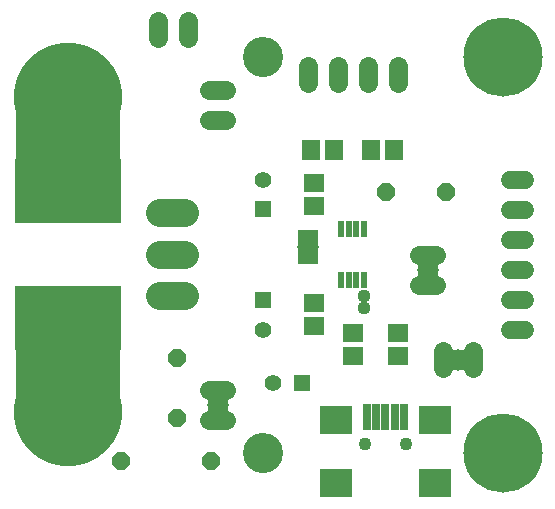
<source format=gts>
G75*
%MOIN*%
%OFA0B0*%
%FSLAX25Y25*%
%IPPOS*%
%LPD*%
%AMOC8*
5,1,8,0,0,1.08239X$1,22.5*
%
%ADD10C,0.13398*%
%ADD11R,0.35000X0.19500*%
%ADD12R,0.06706X0.05918*%
%ADD13R,0.05918X0.06706*%
%ADD14C,0.06400*%
%ADD15R,0.02375X0.05524*%
%ADD16OC8,0.06000*%
%ADD17C,0.36233*%
%ADD18R,0.35249X0.21272*%
%ADD19R,0.10643X0.09461*%
%ADD20R,0.02769X0.08674*%
%ADD21C,0.04343*%
%ADD22C,0.09200*%
%ADD23R,0.07100X0.05400*%
%ADD24R,0.07200X0.00600*%
%ADD25C,0.06000*%
%ADD26R,0.05400X0.07100*%
%ADD27R,0.00600X0.07200*%
%ADD28R,0.05600X0.05600*%
%ADD29C,0.05600*%
%ADD30C,0.04369*%
%ADD31C,0.26391*%
D10*
X0091937Y0023250D03*
X0091937Y0155250D03*
D11*
X0026937Y0130500D03*
X0026937Y0050500D03*
D12*
X0108937Y0065509D03*
X0108937Y0072990D03*
X0121937Y0062990D03*
X0121937Y0055509D03*
X0136937Y0055509D03*
X0136937Y0062990D03*
X0108937Y0105509D03*
X0108937Y0112990D03*
D13*
X0108197Y0124250D03*
X0115677Y0124250D03*
X0128197Y0124250D03*
X0135677Y0124250D03*
D14*
X0136937Y0146450D02*
X0136937Y0152050D01*
X0126937Y0152050D02*
X0126937Y0146450D01*
X0116937Y0146450D02*
X0116937Y0152050D01*
X0106937Y0152050D02*
X0106937Y0146450D01*
X0079737Y0144250D02*
X0074137Y0144250D01*
X0074137Y0134250D02*
X0079737Y0134250D01*
X0066937Y0161450D02*
X0066937Y0167050D01*
X0056937Y0167050D02*
X0056937Y0161450D01*
X0144137Y0089250D02*
X0149737Y0089250D01*
X0149737Y0079250D02*
X0144137Y0079250D01*
X0151937Y0057050D02*
X0151937Y0051450D01*
X0161937Y0051450D02*
X0161937Y0057050D01*
X0079737Y0044250D02*
X0074137Y0044250D01*
X0074137Y0034250D02*
X0079737Y0034250D01*
D15*
X0118098Y0080759D03*
X0120657Y0080759D03*
X0123217Y0080759D03*
X0125776Y0080759D03*
X0125776Y0097741D03*
X0123217Y0097741D03*
X0120657Y0097741D03*
X0118098Y0097741D03*
D16*
X0132937Y0110250D03*
X0152937Y0110250D03*
X0063413Y0054729D03*
X0063413Y0034729D03*
X0074834Y0020531D03*
X0044834Y0020531D03*
D17*
X0026937Y0036750D03*
X0026937Y0141750D03*
D18*
X0026937Y0110509D03*
X0026937Y0067990D03*
D19*
X0116362Y0034078D03*
X0116362Y0013211D03*
X0149433Y0013211D03*
X0149433Y0034078D03*
D20*
X0139197Y0035062D03*
X0136047Y0035062D03*
X0132897Y0035062D03*
X0129748Y0035062D03*
X0126598Y0035062D03*
D21*
X0126008Y0026204D03*
X0139787Y0026204D03*
D22*
X0066137Y0075470D02*
X0057737Y0075470D01*
X0057737Y0089250D02*
X0066137Y0089250D01*
X0066137Y0103029D02*
X0057737Y0103029D01*
D23*
X0106937Y0094750D03*
X0106937Y0088750D03*
X0146937Y0087250D03*
X0146937Y0081250D03*
X0076937Y0042250D03*
X0076937Y0036250D03*
D24*
X0076937Y0039250D03*
X0106937Y0091750D03*
X0146937Y0084250D03*
D25*
X0174337Y0084250D02*
X0179537Y0084250D01*
X0179537Y0074250D02*
X0174337Y0074250D01*
X0174337Y0064250D02*
X0179537Y0064250D01*
X0179537Y0094250D02*
X0174337Y0094250D01*
X0174337Y0104250D02*
X0179537Y0104250D01*
X0179537Y0114250D02*
X0174337Y0114250D01*
D26*
X0159937Y0054250D03*
X0153937Y0054250D03*
D27*
X0156937Y0054250D03*
D28*
X0105239Y0046470D03*
X0091937Y0074050D03*
X0091937Y0104450D03*
D29*
X0091937Y0114250D03*
X0091937Y0064250D03*
X0095439Y0046470D03*
D30*
X0125776Y0071452D03*
X0125776Y0075452D03*
X0041937Y0059250D03*
X0036937Y0059250D03*
X0031937Y0059250D03*
X0026937Y0059250D03*
X0021937Y0059250D03*
X0016937Y0059250D03*
X0011937Y0059250D03*
X0011937Y0054250D03*
X0041937Y0054250D03*
X0041937Y0119250D03*
X0041937Y0124250D03*
X0036937Y0119250D03*
X0031937Y0119250D03*
X0026937Y0119250D03*
X0021937Y0119250D03*
X0016937Y0119250D03*
X0011937Y0119250D03*
X0011937Y0124250D03*
D31*
X0171937Y0155250D03*
X0171937Y0023250D03*
M02*

</source>
